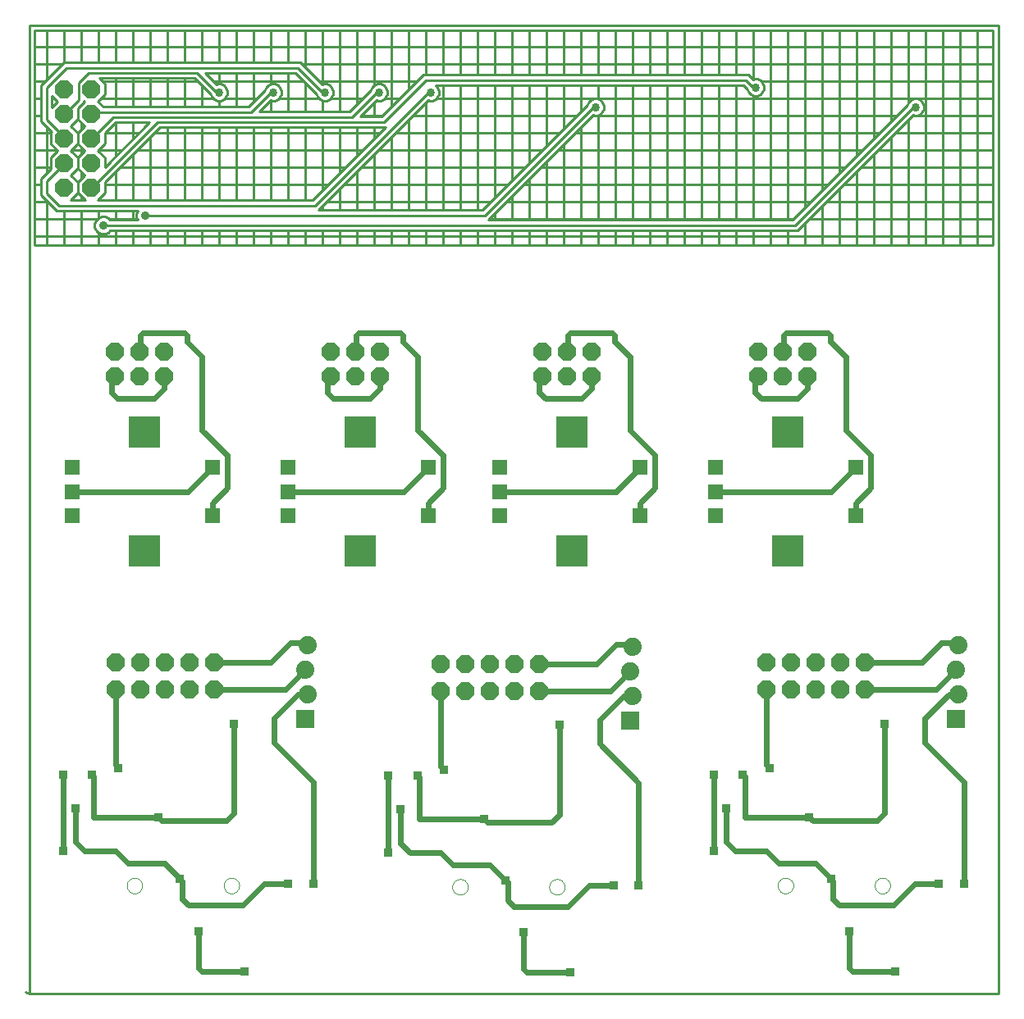
<source format=gbl>
G75*
G70*
%OFA0B0*%
%FSLAX24Y24*%
%IPPOS*%
%LPD*%
%AMOC8*
5,1,8,0,0,1.08239X$1,22.5*
%
%ADD10C,0.0100*%
%ADD11OC8,0.0740*%
%ADD12R,0.0594X0.0594*%
%ADD13R,0.1266X0.1266*%
%ADD14C,0.0000*%
%ADD15R,0.0740X0.0740*%
%ADD16C,0.0740*%
%ADD17C,0.0340*%
%ADD18R,0.0356X0.0356*%
%ADD19C,0.0240*%
%ADD20C,0.0360*%
D10*
X000304Y002050D02*
X000304Y041420D01*
X039674Y041420D01*
X039674Y002050D01*
X000304Y002050D01*
X000150Y002101D01*
X000524Y032492D02*
X039454Y032492D01*
X039454Y041200D01*
X000524Y041200D01*
X000524Y032492D01*
X000524Y032850D02*
X039454Y032850D01*
X038804Y032492D02*
X038804Y041200D01*
X039454Y040550D02*
X000524Y040550D01*
X001004Y041200D02*
X001004Y039203D01*
X000950Y039150D02*
X000524Y039150D01*
X000784Y038983D02*
X000784Y037501D01*
X000913Y037372D01*
X001210Y037075D01*
X001182Y037047D01*
X001182Y036599D01*
X001459Y036323D01*
X001182Y036047D01*
X001182Y035599D01*
X001191Y035591D01*
X000913Y035312D01*
X000784Y035183D01*
X000784Y034501D01*
X001284Y034001D01*
X001413Y033872D01*
X004699Y033872D01*
X004654Y033762D01*
X004654Y033623D01*
X004699Y033512D01*
X003579Y033512D01*
X003502Y033589D01*
X003373Y033642D01*
X003234Y033642D01*
X003105Y033589D01*
X003007Y033490D01*
X002954Y033362D01*
X002954Y033223D01*
X003007Y033094D01*
X003105Y032995D01*
X003234Y032942D01*
X003373Y032942D01*
X003502Y032995D01*
X003579Y033072D01*
X031495Y033072D01*
X036193Y037770D01*
X036236Y037752D01*
X036371Y037752D01*
X036496Y037804D01*
X036592Y037900D01*
X036644Y038025D01*
X036644Y038160D01*
X036592Y038285D01*
X036496Y038380D01*
X036371Y038432D01*
X036236Y038432D01*
X036111Y038380D01*
X036016Y038285D01*
X035966Y038166D01*
X031313Y033512D01*
X018935Y033512D01*
X023193Y037770D01*
X023236Y037752D01*
X023371Y037752D01*
X023496Y037804D01*
X023592Y037900D01*
X023644Y038025D01*
X023644Y038160D01*
X023592Y038285D01*
X023496Y038380D01*
X023371Y038432D01*
X023236Y038432D01*
X023111Y038380D01*
X023016Y038285D01*
X022966Y038166D01*
X018713Y033912D01*
X012035Y033912D01*
X016493Y038370D01*
X016536Y038352D01*
X016671Y038352D01*
X016796Y038404D01*
X016892Y038500D01*
X016944Y038625D01*
X016944Y038760D01*
X016892Y038885D01*
X016805Y038972D01*
X029313Y038972D01*
X029466Y038819D01*
X029516Y038700D01*
X029611Y038604D01*
X029736Y038552D01*
X029871Y038552D01*
X029996Y038604D01*
X030092Y038700D01*
X030144Y038825D01*
X030144Y038960D01*
X030092Y039085D01*
X029996Y039180D01*
X029871Y039232D01*
X029736Y039232D01*
X029693Y039214D01*
X029495Y039412D01*
X016313Y039412D01*
X016184Y039283D01*
X014613Y037712D01*
X013735Y037712D01*
X014393Y038370D01*
X014436Y038352D01*
X014571Y038352D01*
X014696Y038404D01*
X014792Y038500D01*
X014844Y038625D01*
X014844Y038760D01*
X014792Y038885D01*
X014696Y038980D01*
X014571Y039032D01*
X014436Y039032D01*
X014311Y038980D01*
X014216Y038885D01*
X014166Y038766D01*
X013313Y037912D01*
X009635Y037912D01*
X010093Y038370D01*
X010136Y038352D01*
X010271Y038352D01*
X010396Y038404D01*
X010492Y038500D01*
X010544Y038625D01*
X010544Y038760D01*
X010492Y038885D01*
X010396Y038980D01*
X010271Y039032D01*
X010136Y039032D01*
X010011Y038980D01*
X009916Y038885D01*
X009866Y038766D01*
X009213Y038112D01*
X003297Y038112D01*
X003086Y038323D01*
X003362Y038599D01*
X003362Y039047D01*
X003137Y039272D01*
X007013Y039272D01*
X007666Y038619D01*
X007716Y038500D01*
X007811Y038404D01*
X007936Y038352D01*
X008071Y038352D01*
X008196Y038404D01*
X008292Y038500D01*
X008344Y038625D01*
X008344Y038760D01*
X008292Y038885D01*
X008196Y038980D01*
X008071Y039032D01*
X007936Y039032D01*
X007893Y039014D01*
X007435Y039472D01*
X011113Y039472D01*
X011966Y038619D01*
X012016Y038500D01*
X012111Y038404D01*
X012236Y038352D01*
X012371Y038352D01*
X012496Y038404D01*
X012592Y038500D01*
X012644Y038625D01*
X012644Y038760D01*
X012592Y038885D01*
X012496Y038980D01*
X012371Y039032D01*
X012236Y039032D01*
X012193Y039014D01*
X011295Y039912D01*
X001713Y039912D01*
X001584Y039783D01*
X000784Y038983D01*
X001004Y038892D02*
X001804Y039692D01*
X011204Y039692D01*
X012204Y038692D01*
X012304Y038692D01*
X012542Y038450D02*
X013850Y038450D01*
X013604Y038203D02*
X013604Y041200D01*
X014304Y041200D02*
X014304Y038973D01*
X014404Y038692D02*
X014504Y038692D01*
X014404Y038692D02*
X013404Y037692D01*
X003704Y037692D01*
X002904Y036892D01*
X002822Y036823D01*
X002404Y037168D02*
X002404Y037478D01*
X002282Y037599D02*
X002282Y038047D01*
X002559Y038323D01*
X002524Y038358D01*
X002524Y038301D01*
X002395Y038172D01*
X002262Y038040D01*
X002262Y037599D01*
X001986Y037323D01*
X002262Y037047D01*
X002262Y036599D01*
X001986Y036323D01*
X002262Y036047D01*
X002262Y035599D01*
X001986Y035323D01*
X002262Y035047D01*
X002262Y034599D01*
X001975Y034312D01*
X002569Y034312D01*
X002282Y034599D01*
X002282Y035047D01*
X002559Y035323D01*
X002282Y035599D01*
X002282Y036047D01*
X002559Y036323D01*
X002282Y036599D01*
X002282Y037047D01*
X002559Y037323D01*
X002282Y037599D01*
X002282Y037750D02*
X002262Y037750D01*
X002404Y038168D02*
X002404Y038181D01*
X002304Y038392D02*
X002304Y039092D01*
X002704Y039492D01*
X007104Y039492D01*
X007904Y038692D01*
X008004Y038692D01*
X008242Y038450D02*
X009550Y038450D01*
X009404Y038303D02*
X009404Y039472D01*
X009404Y039912D02*
X009404Y041200D01*
X010104Y041200D02*
X010104Y039912D01*
X010104Y039472D02*
X010104Y039019D01*
X010104Y038692D02*
X010204Y038692D01*
X010104Y038692D02*
X009304Y037892D01*
X002904Y037892D01*
X002822Y037823D01*
X003104Y038305D02*
X003104Y038341D01*
X003213Y038450D02*
X007765Y038450D01*
X008004Y038352D02*
X008004Y038112D01*
X008704Y038112D02*
X008704Y039472D01*
X008704Y039912D02*
X008704Y041200D01*
X008004Y041200D02*
X008004Y039912D01*
X008004Y039472D02*
X008004Y039032D01*
X007757Y039150D02*
X011435Y039150D01*
X011504Y039081D02*
X011504Y037912D01*
X010804Y037912D02*
X010804Y039472D01*
X010804Y039912D02*
X010804Y041200D01*
X011504Y041200D02*
X011504Y039703D01*
X011357Y039850D02*
X039454Y039850D01*
X039454Y039150D02*
X030027Y039150D01*
X029704Y039219D02*
X029704Y041200D01*
X030404Y041200D02*
X030404Y033512D01*
X030404Y033072D02*
X030404Y032492D01*
X031104Y032492D02*
X031104Y033072D01*
X031404Y033292D02*
X036204Y038092D01*
X036304Y038092D01*
X036004Y038256D02*
X036004Y041200D01*
X036704Y041200D02*
X036704Y032492D01*
X036004Y032492D02*
X036004Y037581D01*
X036172Y037750D02*
X039454Y037750D01*
X039454Y038450D02*
X016842Y038450D01*
X016604Y038692D02*
X016504Y038692D01*
X011904Y034092D01*
X001504Y034092D01*
X001004Y034592D01*
X001004Y035092D01*
X001704Y035792D01*
X001722Y035823D01*
X002262Y035650D02*
X002282Y035650D01*
X002404Y035478D02*
X002404Y035168D01*
X002282Y034950D02*
X002262Y034950D01*
X002404Y034478D02*
X002404Y034312D01*
X002404Y033872D02*
X002404Y032492D01*
X003104Y032492D02*
X003104Y032997D01*
X003304Y033292D02*
X031404Y033292D01*
X031350Y033550D02*
X018972Y033550D01*
X018804Y033692D02*
X023204Y038092D01*
X023304Y038092D01*
X023404Y037766D02*
X023404Y033512D01*
X023404Y033072D02*
X023404Y032492D01*
X024104Y032492D02*
X024104Y033072D01*
X024104Y033512D02*
X024104Y038972D01*
X024104Y039412D02*
X024104Y041200D01*
X024804Y041200D02*
X024804Y039412D01*
X024804Y038972D02*
X024804Y033512D01*
X024804Y033072D02*
X024804Y032492D01*
X025504Y032492D02*
X025504Y033072D01*
X025504Y033512D02*
X025504Y038972D01*
X025504Y039412D02*
X025504Y041200D01*
X026204Y041200D02*
X026204Y039412D01*
X026204Y038972D02*
X026204Y033512D01*
X026204Y033072D02*
X026204Y032492D01*
X026904Y032492D02*
X026904Y033072D01*
X026904Y033512D02*
X026904Y038972D01*
X026904Y039412D02*
X026904Y041200D01*
X027604Y041200D02*
X027604Y039412D01*
X027604Y038972D02*
X027604Y033512D01*
X027604Y033072D02*
X027604Y032492D01*
X028304Y032492D02*
X028304Y033072D01*
X028304Y033512D02*
X028304Y038972D01*
X028304Y039412D02*
X028304Y041200D01*
X029004Y041200D02*
X029004Y039412D01*
X029004Y038972D02*
X029004Y033512D01*
X029004Y033072D02*
X029004Y032492D01*
X029704Y032492D02*
X029704Y033072D01*
X029704Y033512D02*
X029704Y038566D01*
X029704Y038892D02*
X029804Y038892D01*
X029704Y038892D02*
X029404Y039192D01*
X016404Y039192D01*
X014704Y037492D01*
X005504Y037492D01*
X002904Y034892D01*
X002822Y034823D01*
X003362Y034950D02*
X012450Y034950D01*
X012204Y034703D02*
X012204Y037272D01*
X012204Y037912D02*
X012204Y038366D01*
X012065Y038450D02*
X010442Y038450D01*
X010104Y038366D02*
X010104Y037912D01*
X010104Y037272D02*
X010104Y034312D01*
X010804Y034312D02*
X010804Y037272D01*
X011504Y037272D02*
X011504Y034312D01*
X011813Y034312D02*
X003075Y034312D01*
X003362Y034599D01*
X003362Y035040D01*
X005595Y037272D01*
X014773Y037272D01*
X011813Y034312D01*
X012204Y034081D02*
X012204Y033912D01*
X012372Y034250D02*
X019050Y034250D01*
X019204Y034403D02*
X019204Y038972D01*
X019204Y039412D02*
X019204Y041200D01*
X019904Y041200D02*
X019904Y039412D01*
X019904Y038972D02*
X019904Y035103D01*
X019750Y034950D02*
X013072Y034950D01*
X012904Y034781D02*
X012904Y033912D01*
X013604Y033912D02*
X013604Y035481D01*
X013772Y035650D02*
X020450Y035650D01*
X020604Y035803D02*
X020604Y038972D01*
X020604Y039412D02*
X020604Y041200D01*
X021304Y041200D02*
X021304Y039412D01*
X021304Y038972D02*
X021304Y036503D01*
X021150Y036350D02*
X014472Y036350D01*
X014304Y036181D02*
X014304Y033912D01*
X015004Y033912D02*
X015004Y036881D01*
X015172Y037050D02*
X021850Y037050D01*
X022004Y037203D02*
X022004Y038972D01*
X022004Y039412D02*
X022004Y041200D01*
X022704Y041200D02*
X022704Y039412D01*
X022704Y038972D02*
X022704Y037903D01*
X022550Y037750D02*
X015872Y037750D01*
X015704Y037581D02*
X015704Y033912D01*
X016404Y033912D02*
X016404Y038281D01*
X015704Y038803D02*
X015704Y041200D01*
X016404Y041200D02*
X016404Y039412D01*
X016050Y039150D02*
X012057Y039150D01*
X012204Y039019D02*
X012204Y041200D01*
X012904Y041200D02*
X012904Y037912D01*
X012904Y037272D02*
X012904Y035403D01*
X013150Y035650D02*
X003972Y035650D01*
X003804Y035481D02*
X003804Y034312D01*
X003804Y033872D02*
X003804Y033512D01*
X003541Y033550D02*
X004684Y033550D01*
X004504Y033512D02*
X004504Y033872D01*
X004504Y034312D02*
X004504Y036181D01*
X004672Y036350D02*
X013850Y036350D01*
X013604Y036103D02*
X013604Y037272D01*
X013772Y037750D02*
X014650Y037750D01*
X014304Y037712D02*
X014304Y038281D01*
X014742Y038450D02*
X015350Y038450D01*
X015004Y038103D02*
X015004Y041200D01*
X017104Y041200D02*
X017104Y039412D01*
X017104Y038972D02*
X017104Y033912D01*
X017804Y033912D02*
X017804Y038972D01*
X017804Y039412D02*
X017804Y041200D01*
X018504Y041200D02*
X018504Y039412D01*
X018504Y038972D02*
X018504Y033912D01*
X018804Y033692D02*
X005004Y033692D01*
X005204Y033072D02*
X005204Y032492D01*
X005904Y032492D02*
X005904Y033072D01*
X006604Y033072D02*
X006604Y032492D01*
X007304Y032492D02*
X007304Y033072D01*
X008004Y033072D02*
X008004Y032492D01*
X008704Y032492D02*
X008704Y033072D01*
X009404Y033072D02*
X009404Y032492D01*
X010104Y032492D02*
X010104Y033072D01*
X010804Y033072D02*
X010804Y032492D01*
X011504Y032492D02*
X011504Y033072D01*
X012204Y033072D02*
X012204Y032492D01*
X012904Y032492D02*
X012904Y033072D01*
X013604Y033072D02*
X013604Y032492D01*
X014304Y032492D02*
X014304Y033072D01*
X015004Y033072D02*
X015004Y032492D01*
X015704Y032492D02*
X015704Y033072D01*
X016404Y033072D02*
X016404Y032492D01*
X017104Y032492D02*
X017104Y033072D01*
X017804Y033072D02*
X017804Y032492D01*
X018504Y032492D02*
X018504Y033072D01*
X019204Y033072D02*
X019204Y032492D01*
X019904Y032492D02*
X019904Y033072D01*
X019904Y033512D02*
X019904Y034481D01*
X019672Y034250D02*
X032050Y034250D01*
X031804Y034003D02*
X031804Y041200D01*
X032504Y041200D02*
X032504Y034703D01*
X032750Y034950D02*
X020372Y034950D01*
X020604Y035181D02*
X020604Y033512D01*
X020604Y033072D02*
X020604Y032492D01*
X021304Y032492D02*
X021304Y033072D01*
X021304Y033512D02*
X021304Y035881D01*
X021072Y035650D02*
X033450Y035650D01*
X033204Y035403D02*
X033204Y041200D01*
X033904Y041200D02*
X033904Y036103D01*
X034150Y036350D02*
X021772Y036350D01*
X022004Y036581D02*
X022004Y033512D01*
X022004Y033072D02*
X022004Y032492D01*
X022704Y032492D02*
X022704Y033072D01*
X022704Y033512D02*
X022704Y037281D01*
X022472Y037050D02*
X034850Y037050D01*
X034604Y036803D02*
X034604Y041200D01*
X035304Y041200D02*
X035304Y037503D01*
X035550Y037750D02*
X023172Y037750D01*
X023404Y038419D02*
X023404Y038972D01*
X023404Y039412D02*
X023404Y041200D01*
X019204Y033781D02*
X019204Y033512D01*
X014550Y037050D02*
X005372Y037050D01*
X005204Y036881D02*
X005204Y034312D01*
X005904Y034312D02*
X005904Y037272D01*
X006604Y037272D02*
X006604Y034312D01*
X007304Y034312D02*
X007304Y037272D01*
X008004Y037272D02*
X008004Y034312D01*
X008704Y034312D02*
X008704Y037272D01*
X009404Y037272D02*
X009404Y034312D01*
X007304Y038112D02*
X007304Y038981D01*
X007135Y039150D02*
X003259Y039150D01*
X003804Y039272D02*
X003804Y038112D01*
X003804Y037472D02*
X003804Y036103D01*
X004050Y036350D02*
X003113Y036350D01*
X003104Y036341D02*
X003104Y036305D01*
X003086Y036323D02*
X003362Y036599D01*
X003362Y037040D01*
X003795Y037472D01*
X005173Y037472D01*
X003362Y035662D01*
X003362Y036047D01*
X003086Y036323D01*
X002532Y036350D02*
X002013Y036350D01*
X002404Y036478D02*
X002404Y036168D01*
X002285Y037050D02*
X002259Y037050D01*
X001704Y036892D02*
X001722Y036823D01*
X001704Y036892D02*
X001004Y037592D01*
X001004Y038892D01*
X001224Y038558D02*
X001459Y038323D01*
X001224Y038088D01*
X001224Y038558D01*
X001224Y038450D02*
X001332Y038450D01*
X000784Y038450D02*
X000524Y038450D01*
X000524Y037750D02*
X000784Y037750D01*
X001004Y037281D02*
X001004Y035403D01*
X001182Y035650D02*
X000524Y035650D01*
X000524Y036350D02*
X001432Y036350D01*
X001185Y037050D02*
X000524Y037050D01*
X001722Y037823D02*
X001804Y037892D01*
X002304Y038392D01*
X002404Y039912D02*
X002404Y041200D01*
X003104Y041200D02*
X003104Y039912D01*
X003804Y039912D02*
X003804Y041200D01*
X004504Y041200D02*
X004504Y039912D01*
X004504Y039272D02*
X004504Y038112D01*
X004504Y037472D02*
X004504Y036803D01*
X004750Y037050D02*
X003372Y037050D01*
X005204Y038112D02*
X005204Y039272D01*
X005204Y039912D02*
X005204Y041200D01*
X005904Y041200D02*
X005904Y039912D01*
X005904Y039272D02*
X005904Y038112D01*
X006604Y038112D02*
X006604Y039272D01*
X006604Y039912D02*
X006604Y041200D01*
X007304Y041200D02*
X007304Y039912D01*
X003104Y034341D02*
X003104Y034312D01*
X003104Y033872D02*
X003104Y033587D01*
X003066Y033550D02*
X000524Y033550D01*
X000524Y034250D02*
X001035Y034250D01*
X001004Y034281D02*
X001004Y032492D01*
X001704Y032492D02*
X001704Y033872D01*
X000784Y034950D02*
X000524Y034950D01*
X003804Y033072D02*
X003804Y032492D01*
X004504Y032492D02*
X004504Y033072D01*
X001650Y039850D02*
X000524Y039850D01*
X001704Y039903D02*
X001704Y041200D01*
X014304Y037272D02*
X014304Y036803D01*
X031104Y033512D02*
X031104Y041200D01*
X035304Y036881D02*
X035304Y032492D01*
X034604Y032492D02*
X034604Y036181D01*
X034772Y036350D02*
X039454Y036350D01*
X039454Y037050D02*
X035472Y037050D01*
X034072Y035650D02*
X039454Y035650D01*
X039454Y034950D02*
X033372Y034950D01*
X033204Y034781D02*
X033204Y032492D01*
X033904Y032492D02*
X033904Y035481D01*
X032672Y034250D02*
X039454Y034250D01*
X039454Y033550D02*
X031972Y033550D01*
X031804Y033381D02*
X031804Y032492D01*
X032504Y032492D02*
X032504Y034081D01*
X037404Y032492D02*
X037404Y041200D01*
X038104Y041200D02*
X038104Y032492D01*
D11*
X031916Y028142D03*
X030916Y028142D03*
X030916Y027142D03*
X031916Y027142D03*
X029916Y027142D03*
X029916Y028142D03*
X023153Y028142D03*
X023153Y027142D03*
X022153Y027142D03*
X022153Y028142D03*
X021153Y028142D03*
X021153Y027142D03*
X014543Y027142D03*
X014543Y028142D03*
X013543Y028142D03*
X013543Y027142D03*
X012543Y027142D03*
X012543Y028142D03*
X005779Y028142D03*
X005779Y027142D03*
X004779Y027142D03*
X004779Y028142D03*
X003779Y028142D03*
X003779Y027142D03*
X002822Y034823D03*
X002822Y035823D03*
X002822Y036823D03*
X002822Y037823D03*
X002822Y038823D03*
X001722Y038823D03*
X001722Y037823D03*
X001722Y036823D03*
X001722Y035823D03*
X001722Y034823D03*
X003794Y015510D03*
X004794Y015510D03*
X005794Y015510D03*
X006794Y015510D03*
X007794Y015510D03*
X007794Y014410D03*
X006794Y014410D03*
X005794Y014410D03*
X004794Y014410D03*
X003794Y014410D03*
X017016Y014358D03*
X018016Y014358D03*
X019016Y014358D03*
X020016Y014358D03*
X021016Y014358D03*
X021016Y015458D03*
X020016Y015458D03*
X019016Y015458D03*
X018016Y015458D03*
X017016Y015458D03*
X030239Y015510D03*
X031239Y015510D03*
X032239Y015510D03*
X033239Y015510D03*
X034239Y015510D03*
X034239Y014410D03*
X033239Y014410D03*
X032239Y014410D03*
X031239Y014410D03*
X030239Y014410D03*
D12*
X028167Y021479D03*
X028167Y022463D03*
X028167Y023448D03*
X025112Y023448D03*
X025112Y021479D03*
X019403Y021479D03*
X019403Y022463D03*
X019403Y023448D03*
X016502Y023448D03*
X016502Y021479D03*
X010793Y021479D03*
X010793Y022463D03*
X010793Y023448D03*
X007738Y023448D03*
X007738Y021479D03*
X002030Y021479D03*
X002030Y022463D03*
X002030Y023448D03*
X033876Y023448D03*
X033876Y021479D03*
D13*
X031120Y020062D03*
X031120Y024865D03*
X022356Y024865D03*
X022356Y020062D03*
X013746Y020062D03*
X013746Y024865D03*
X004983Y024865D03*
X004983Y020062D03*
D14*
X004260Y006436D02*
X004262Y006471D01*
X004268Y006506D01*
X004278Y006540D01*
X004291Y006573D01*
X004308Y006604D01*
X004329Y006632D01*
X004352Y006659D01*
X004379Y006682D01*
X004407Y006703D01*
X004438Y006720D01*
X004471Y006733D01*
X004505Y006743D01*
X004540Y006749D01*
X004575Y006751D01*
X004610Y006749D01*
X004645Y006743D01*
X004679Y006733D01*
X004712Y006720D01*
X004743Y006703D01*
X004771Y006682D01*
X004798Y006659D01*
X004821Y006632D01*
X004842Y006604D01*
X004859Y006573D01*
X004872Y006540D01*
X004882Y006506D01*
X004888Y006471D01*
X004890Y006436D01*
X004888Y006401D01*
X004882Y006366D01*
X004872Y006332D01*
X004859Y006299D01*
X004842Y006268D01*
X004821Y006240D01*
X004798Y006213D01*
X004771Y006190D01*
X004743Y006169D01*
X004712Y006152D01*
X004679Y006139D01*
X004645Y006129D01*
X004610Y006123D01*
X004575Y006121D01*
X004540Y006123D01*
X004505Y006129D01*
X004471Y006139D01*
X004438Y006152D01*
X004407Y006169D01*
X004379Y006190D01*
X004352Y006213D01*
X004329Y006240D01*
X004308Y006268D01*
X004291Y006299D01*
X004278Y006332D01*
X004268Y006366D01*
X004262Y006401D01*
X004260Y006436D01*
X008197Y006436D02*
X008199Y006471D01*
X008205Y006506D01*
X008215Y006540D01*
X008228Y006573D01*
X008245Y006604D01*
X008266Y006632D01*
X008289Y006659D01*
X008316Y006682D01*
X008344Y006703D01*
X008375Y006720D01*
X008408Y006733D01*
X008442Y006743D01*
X008477Y006749D01*
X008512Y006751D01*
X008547Y006749D01*
X008582Y006743D01*
X008616Y006733D01*
X008649Y006720D01*
X008680Y006703D01*
X008708Y006682D01*
X008735Y006659D01*
X008758Y006632D01*
X008779Y006604D01*
X008796Y006573D01*
X008809Y006540D01*
X008819Y006506D01*
X008825Y006471D01*
X008827Y006436D01*
X008825Y006401D01*
X008819Y006366D01*
X008809Y006332D01*
X008796Y006299D01*
X008779Y006268D01*
X008758Y006240D01*
X008735Y006213D01*
X008708Y006190D01*
X008680Y006169D01*
X008649Y006152D01*
X008616Y006139D01*
X008582Y006129D01*
X008547Y006123D01*
X008512Y006121D01*
X008477Y006123D01*
X008442Y006129D01*
X008408Y006139D01*
X008375Y006152D01*
X008344Y006169D01*
X008316Y006190D01*
X008289Y006213D01*
X008266Y006240D01*
X008245Y006268D01*
X008228Y006299D01*
X008215Y006332D01*
X008205Y006366D01*
X008199Y006401D01*
X008197Y006436D01*
X017483Y006385D02*
X017485Y006420D01*
X017491Y006455D01*
X017501Y006489D01*
X017514Y006522D01*
X017531Y006553D01*
X017552Y006581D01*
X017575Y006608D01*
X017602Y006631D01*
X017630Y006652D01*
X017661Y006669D01*
X017694Y006682D01*
X017728Y006692D01*
X017763Y006698D01*
X017798Y006700D01*
X017833Y006698D01*
X017868Y006692D01*
X017902Y006682D01*
X017935Y006669D01*
X017966Y006652D01*
X017994Y006631D01*
X018021Y006608D01*
X018044Y006581D01*
X018065Y006553D01*
X018082Y006522D01*
X018095Y006489D01*
X018105Y006455D01*
X018111Y006420D01*
X018113Y006385D01*
X018111Y006350D01*
X018105Y006315D01*
X018095Y006281D01*
X018082Y006248D01*
X018065Y006217D01*
X018044Y006189D01*
X018021Y006162D01*
X017994Y006139D01*
X017966Y006118D01*
X017935Y006101D01*
X017902Y006088D01*
X017868Y006078D01*
X017833Y006072D01*
X017798Y006070D01*
X017763Y006072D01*
X017728Y006078D01*
X017694Y006088D01*
X017661Y006101D01*
X017630Y006118D01*
X017602Y006139D01*
X017575Y006162D01*
X017552Y006189D01*
X017531Y006217D01*
X017514Y006248D01*
X017501Y006281D01*
X017491Y006315D01*
X017485Y006350D01*
X017483Y006385D01*
X021420Y006385D02*
X021422Y006420D01*
X021428Y006455D01*
X021438Y006489D01*
X021451Y006522D01*
X021468Y006553D01*
X021489Y006581D01*
X021512Y006608D01*
X021539Y006631D01*
X021567Y006652D01*
X021598Y006669D01*
X021631Y006682D01*
X021665Y006692D01*
X021700Y006698D01*
X021735Y006700D01*
X021770Y006698D01*
X021805Y006692D01*
X021839Y006682D01*
X021872Y006669D01*
X021903Y006652D01*
X021931Y006631D01*
X021958Y006608D01*
X021981Y006581D01*
X022002Y006553D01*
X022019Y006522D01*
X022032Y006489D01*
X022042Y006455D01*
X022048Y006420D01*
X022050Y006385D01*
X022048Y006350D01*
X022042Y006315D01*
X022032Y006281D01*
X022019Y006248D01*
X022002Y006217D01*
X021981Y006189D01*
X021958Y006162D01*
X021931Y006139D01*
X021903Y006118D01*
X021872Y006101D01*
X021839Y006088D01*
X021805Y006078D01*
X021770Y006072D01*
X021735Y006070D01*
X021700Y006072D01*
X021665Y006078D01*
X021631Y006088D01*
X021598Y006101D01*
X021567Y006118D01*
X021539Y006139D01*
X021512Y006162D01*
X021489Y006189D01*
X021468Y006217D01*
X021451Y006248D01*
X021438Y006281D01*
X021428Y006315D01*
X021422Y006350D01*
X021420Y006385D01*
X030705Y006436D02*
X030707Y006471D01*
X030713Y006506D01*
X030723Y006540D01*
X030736Y006573D01*
X030753Y006604D01*
X030774Y006632D01*
X030797Y006659D01*
X030824Y006682D01*
X030852Y006703D01*
X030883Y006720D01*
X030916Y006733D01*
X030950Y006743D01*
X030985Y006749D01*
X031020Y006751D01*
X031055Y006749D01*
X031090Y006743D01*
X031124Y006733D01*
X031157Y006720D01*
X031188Y006703D01*
X031216Y006682D01*
X031243Y006659D01*
X031266Y006632D01*
X031287Y006604D01*
X031304Y006573D01*
X031317Y006540D01*
X031327Y006506D01*
X031333Y006471D01*
X031335Y006436D01*
X031333Y006401D01*
X031327Y006366D01*
X031317Y006332D01*
X031304Y006299D01*
X031287Y006268D01*
X031266Y006240D01*
X031243Y006213D01*
X031216Y006190D01*
X031188Y006169D01*
X031157Y006152D01*
X031124Y006139D01*
X031090Y006129D01*
X031055Y006123D01*
X031020Y006121D01*
X030985Y006123D01*
X030950Y006129D01*
X030916Y006139D01*
X030883Y006152D01*
X030852Y006169D01*
X030824Y006190D01*
X030797Y006213D01*
X030774Y006240D01*
X030753Y006268D01*
X030736Y006299D01*
X030723Y006332D01*
X030713Y006366D01*
X030707Y006401D01*
X030705Y006436D01*
X034642Y006436D02*
X034644Y006471D01*
X034650Y006506D01*
X034660Y006540D01*
X034673Y006573D01*
X034690Y006604D01*
X034711Y006632D01*
X034734Y006659D01*
X034761Y006682D01*
X034789Y006703D01*
X034820Y006720D01*
X034853Y006733D01*
X034887Y006743D01*
X034922Y006749D01*
X034957Y006751D01*
X034992Y006749D01*
X035027Y006743D01*
X035061Y006733D01*
X035094Y006720D01*
X035125Y006703D01*
X035153Y006682D01*
X035180Y006659D01*
X035203Y006632D01*
X035224Y006604D01*
X035241Y006573D01*
X035254Y006540D01*
X035264Y006506D01*
X035270Y006471D01*
X035272Y006436D01*
X035270Y006401D01*
X035264Y006366D01*
X035254Y006332D01*
X035241Y006299D01*
X035224Y006268D01*
X035203Y006240D01*
X035180Y006213D01*
X035153Y006190D01*
X035125Y006169D01*
X035094Y006152D01*
X035061Y006139D01*
X035027Y006129D01*
X034992Y006123D01*
X034957Y006121D01*
X034922Y006123D01*
X034887Y006129D01*
X034853Y006139D01*
X034820Y006152D01*
X034789Y006169D01*
X034761Y006190D01*
X034734Y006213D01*
X034711Y006240D01*
X034690Y006268D01*
X034673Y006299D01*
X034660Y006332D01*
X034650Y006366D01*
X034644Y006401D01*
X034642Y006436D01*
D15*
X037939Y013210D03*
X024716Y013158D03*
X011494Y013210D03*
D16*
X011594Y014210D03*
X011494Y015210D03*
X011594Y016210D03*
X024716Y015158D03*
X024816Y014158D03*
X024816Y016158D03*
X037939Y015210D03*
X038039Y016210D03*
X038039Y014210D03*
D17*
X036304Y038092D03*
X029804Y038892D03*
X023304Y038092D03*
X016604Y038692D03*
X014504Y038692D03*
X012304Y038692D03*
X010204Y038692D03*
X008004Y038692D03*
D18*
X008606Y013017D03*
X005544Y009210D03*
X003919Y011210D03*
X002845Y010960D03*
X001669Y010960D03*
X002169Y009585D03*
X001669Y007835D03*
X006419Y006710D03*
X007169Y004585D03*
X009044Y002960D03*
X010810Y006508D03*
X011835Y006508D03*
X014891Y007783D03*
X015391Y009533D03*
X014891Y010908D03*
X016067Y010908D03*
X017141Y011158D03*
X018766Y009158D03*
X019641Y006658D03*
X020391Y004533D03*
X022266Y002908D03*
X024033Y006457D03*
X025058Y006457D03*
X028114Y007835D03*
X028614Y009585D03*
X028114Y010960D03*
X029290Y010960D03*
X030364Y011210D03*
X031989Y009210D03*
X032864Y006710D03*
X033614Y004585D03*
X035489Y002960D03*
X037255Y006508D03*
X038280Y006508D03*
X035051Y013017D03*
X021829Y012966D03*
D19*
X021829Y009327D01*
X021521Y009020D01*
X018905Y009020D01*
X018766Y009158D01*
X016141Y009158D01*
X016141Y010835D01*
X016067Y010908D01*
X017016Y011283D02*
X017141Y011158D01*
X017016Y011283D02*
X017016Y014358D01*
X014891Y010908D02*
X014891Y007783D01*
X015391Y008158D02*
X015766Y007783D01*
X017016Y007783D01*
X017516Y007283D01*
X019016Y007283D01*
X019641Y006658D01*
X019728Y006572D01*
X019728Y005842D01*
X019984Y005586D01*
X022188Y005586D01*
X023059Y006457D01*
X024033Y006457D01*
X025058Y006457D02*
X025058Y010608D01*
X023469Y012197D01*
X023469Y013185D01*
X024443Y014158D01*
X024816Y014158D01*
X023916Y014358D02*
X024716Y015158D01*
X024816Y016158D02*
X024729Y016246D01*
X024135Y016246D01*
X023348Y015458D01*
X021016Y015458D01*
X021016Y014358D02*
X023916Y014358D01*
X028114Y010960D02*
X028114Y007835D01*
X028614Y008210D02*
X028989Y007835D01*
X030239Y007835D01*
X030739Y007335D01*
X032239Y007335D01*
X032864Y006710D01*
X032950Y006623D01*
X032950Y005893D01*
X033206Y005637D01*
X035410Y005637D01*
X036281Y006508D01*
X037255Y006508D01*
X038280Y006508D02*
X038280Y010660D01*
X036691Y012248D01*
X036691Y013236D01*
X037665Y014210D01*
X038039Y014210D01*
X037139Y014410D02*
X037939Y015210D01*
X038039Y016210D02*
X037951Y016297D01*
X037358Y016297D01*
X036570Y015510D01*
X034239Y015510D01*
X034239Y014410D02*
X037139Y014410D01*
X035051Y013017D02*
X035051Y009378D01*
X034744Y009071D01*
X032128Y009071D01*
X031989Y009210D01*
X029364Y009210D01*
X029364Y010886D01*
X029290Y010960D01*
X030239Y011335D02*
X030364Y011210D01*
X030239Y011335D02*
X030239Y014410D01*
X028614Y009585D02*
X028614Y008210D01*
X033614Y004585D02*
X033614Y003085D01*
X033739Y002960D01*
X035489Y002960D01*
X022266Y002908D02*
X020516Y002908D01*
X020391Y003033D01*
X020391Y004533D01*
X015391Y008158D02*
X015391Y009533D01*
X011835Y010660D02*
X011835Y006508D01*
X010810Y006508D02*
X009836Y006508D01*
X008965Y005637D01*
X006761Y005637D01*
X006505Y005893D01*
X006505Y006623D01*
X006419Y006710D01*
X005794Y007335D01*
X004294Y007335D01*
X003794Y007835D01*
X002544Y007835D01*
X002169Y008210D01*
X002169Y009585D01*
X002919Y009210D02*
X002919Y010886D01*
X002845Y010960D01*
X003794Y011335D02*
X003919Y011210D01*
X003794Y011335D02*
X003794Y014410D01*
X001669Y010960D02*
X001669Y007835D01*
X002919Y009210D02*
X005544Y009210D01*
X005683Y009071D01*
X008299Y009071D01*
X008606Y009378D01*
X008606Y013017D01*
X007794Y014410D02*
X010694Y014410D01*
X011494Y015210D01*
X011594Y016210D02*
X011506Y016297D01*
X010913Y016297D01*
X010125Y015510D01*
X007794Y015510D01*
X010246Y013236D02*
X011220Y014210D01*
X011594Y014210D01*
X010246Y013236D02*
X010246Y012248D01*
X011835Y010660D01*
X007169Y004585D02*
X007169Y003085D01*
X007294Y002960D01*
X009044Y002960D01*
X007738Y021479D02*
X007738Y021989D01*
X008350Y022601D01*
X008350Y023933D01*
X007325Y024958D01*
X007325Y027931D01*
X006710Y028546D01*
X006710Y028802D01*
X006608Y028905D01*
X004916Y028905D01*
X004814Y028802D01*
X004814Y028177D01*
X004779Y028142D01*
X003779Y027142D02*
X003635Y026998D01*
X003635Y026496D01*
X003891Y026240D01*
X005378Y026240D01*
X005779Y026641D01*
X005779Y027142D01*
X007738Y023448D02*
X006754Y022463D01*
X002030Y022463D01*
X010793Y022463D02*
X015518Y022463D01*
X016502Y023448D01*
X017114Y023933D02*
X016089Y024958D01*
X016089Y027931D01*
X015474Y028546D01*
X015474Y028802D01*
X015371Y028905D01*
X013680Y028905D01*
X013578Y028802D01*
X013578Y028177D01*
X013543Y028142D01*
X012543Y027142D02*
X012399Y026998D01*
X012399Y026496D01*
X012655Y026240D01*
X014141Y026240D01*
X014543Y026641D01*
X014543Y027142D01*
X017114Y023933D02*
X017114Y022601D01*
X016502Y021989D01*
X016502Y021479D01*
X019403Y022463D02*
X024128Y022463D01*
X025112Y023448D01*
X025724Y023933D02*
X025724Y022601D01*
X025112Y021989D01*
X025112Y021479D01*
X025724Y023933D02*
X024699Y024958D01*
X024699Y027931D01*
X024084Y028546D01*
X024084Y028802D01*
X023981Y028905D01*
X022290Y028905D01*
X022188Y028802D01*
X022188Y028177D01*
X022153Y028142D01*
X023153Y027142D02*
X023153Y026641D01*
X022751Y026240D01*
X021265Y026240D01*
X021009Y026496D01*
X021009Y026998D01*
X021153Y027142D01*
X028167Y022463D02*
X032892Y022463D01*
X033876Y023448D01*
X034488Y023933D02*
X034488Y022601D01*
X033876Y021989D01*
X033876Y021479D01*
X034488Y023933D02*
X033463Y024958D01*
X033463Y027931D01*
X032848Y028546D01*
X032848Y028802D01*
X032745Y028905D01*
X031054Y028905D01*
X030951Y028802D01*
X030951Y028177D01*
X030916Y028142D01*
X031916Y027142D02*
X031916Y026641D01*
X031515Y026240D01*
X030029Y026240D01*
X029773Y026496D01*
X029773Y026998D01*
X029916Y027142D01*
D20*
X005004Y033692D03*
X003304Y033292D03*
M02*

</source>
